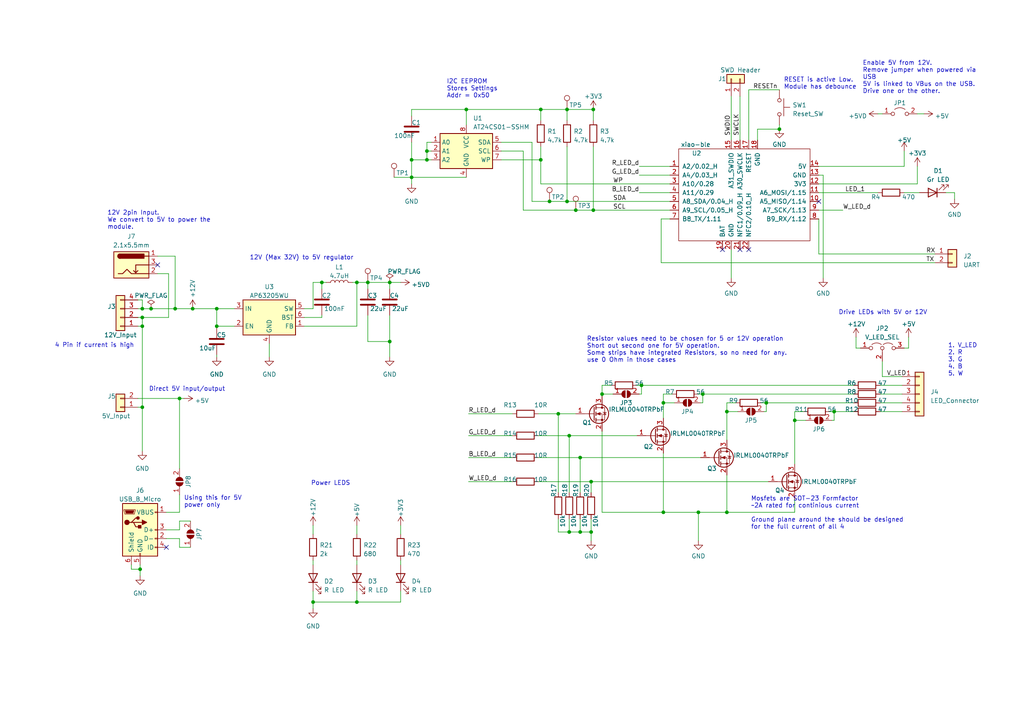
<source format=kicad_sch>
(kicad_sch (version 20230121) (generator eeschema)
  (paper "A4")
  (title_block (title "ZigBee LED Controller") (date "2023-03-16") (rev "A") (company "Achenarian Empire"))
  (lib_symbols
    (symbol "Connector:Barrel_Jack_Switch" (pin_names hide)
      (property "Reference" "J" (at 0 5.334 0))
      (property "Value" "Barrel_Jack_Switch" (at 0 -5.08 0))
      (symbol "Barrel_Jack_Switch_1_1"
        (pin passive line (at 7.62 2.54 180) (length 2.54) (name "~") (number "1"))
        (pin passive line (at 7.62 -2.54 180) (length 2.54) (name "~") (number "2"))
        (pin passive line (at 7.62 0 180) (length 2.54) (name "~") (number "3"))
      )
    )
    (symbol "Connector:TestPoint" (pin_numbers hide) (pin_names (offset 0.762) hide)
      (property "Reference" "TP" (at 0 6.858 0))
      (property "Value" "TestPoint" (at 0 5.08 0))
      (symbol "TestPoint_1_1"
        (pin passive line (at 0 0 90) (length 2.54) (name "1") (number "1"))
      )
    )
    (symbol "Connector:USB_B_Micro" (pin_names (offset 1.016))
      (property "Reference" "J" (at -5.08 11.43 0))
      (property "Value" "USB_B_Micro" (at -5.08 8.89 0))
      (symbol "USB_B_Micro_1_1"
        (pin power_out line (at 7.62 5.08 180) (length 2.54) (name "VBUS") (number "1"))
        (pin bidirectional line (at 7.62 -2.54 180) (length 2.54) (name "D-") (number "2"))
        (pin bidirectional line (at 7.62 0 180) (length 2.54) (name "D+") (number "3"))
        (pin passive line (at 7.62 -5.08 180) (length 2.54) (name "ID") (number "4"))
        (pin power_out line (at 0 -10.16 90) (length 2.54) (name "GND") (number "5"))
        (pin passive line (at -2.54 -10.16 90) (length 2.54) (name "Shield") (number "6"))
      )
    )
    (symbol "Connector_Generic:Conn_01x02" (pin_names (offset 1.016) hide)
      (property "Reference" "J" (at 0 2.54 0))
      (property "Value" "Conn_01x02" (at 0 -5.08 0))
      (symbol "Conn_01x02_1_1"
        (pin passive line (at -5.08 0 0) (length 3.81) (name "Pin_1") (number "1"))
        (pin passive line (at -5.08 -2.54 0) (length 3.81) (name "Pin_2") (number "2"))
      )
    )
    (symbol "Connector_Generic:Conn_01x04" (pin_names (offset 1.016) hide)
      (property "Reference" "J" (at 0 5.08 0))
      (property "Value" "Conn_01x04" (at 0 -7.62 0))
      (symbol "Conn_01x04_1_1"
        (pin passive line (at -5.08 2.54 0) (length 3.81) (name "Pin_1") (number "1"))
        (pin passive line (at -5.08 0 0) (length 3.81) (name "Pin_2") (number "2"))
        (pin passive line (at -5.08 -2.54 0) (length 3.81) (name "Pin_3") (number "3"))
        (pin passive line (at -5.08 -5.08 0) (length 3.81) (name "Pin_4") (number "4"))
      )
    )
    (symbol "Connector_Generic:Conn_01x05" (pin_names (offset 1.016) hide)
      (property "Reference" "J" (at 0 7.62 0))
      (property "Value" "Conn_01x05" (at 0 -7.62 0))
      (symbol "Conn_01x05_1_1"
        (pin passive line (at -5.08 5.08 0) (length 3.81) (name "Pin_1") (number "1"))
        (pin passive line (at -5.08 2.54 0) (length 3.81) (name "Pin_2") (number "2"))
        (pin passive line (at -5.08 0 0) (length 3.81) (name "Pin_3") (number "3"))
        (pin passive line (at -5.08 -2.54 0) (length 3.81) (name "Pin_4") (number "4"))
        (pin passive line (at -5.08 -5.08 0) (length 3.81) (name "Pin_5") (number "5"))
      )
    )
    (symbol "Device:C" (pin_numbers hide) (pin_names (offset 0.254))
      (property "Reference" "C" (at 0.635 2.54 0))
      (property "Value" "C" (at 0.635 -2.54 0))
      (symbol "C_1_1"
        (pin passive line (at 0 3.81 270) (length 2.794) (name "~") (number "1"))
        (pin passive line (at 0 -3.81 90) (length 2.794) (name "~") (number "2"))
      )
    )
    (symbol "Device:L" (pin_numbers hide) (pin_names (offset 1.016) hide)
      (property "Reference" "L" (at -1.27 0 90))
      (property "Value" "L" (at 1.905 0 90))
      (symbol "L_1_1"
        (pin passive line (at 0 3.81 270) (length 1.27) (name "1") (number "1"))
        (pin passive line (at 0 -3.81 90) (length 1.27) (name "2") (number "2"))
      )
    )
    (symbol "Device:LED" (pin_numbers hide) (pin_names (offset 1.016) hide)
      (property "Reference" "D" (at 0 2.54 0))
      (property "Value" "LED" (at 0 -2.54 0))
      (symbol "LED_1_1"
        (pin passive line (at -3.81 0 0) (length 2.54) (name "K") (number "1"))
        (pin passive line (at 3.81 0 180) (length 2.54) (name "A") (number "2"))
      )
    )
    (symbol "Device:Q_NMOS_GSD" (pin_names (offset 0) hide)
      (property "Reference" "Q" (at 5.08 1.27 0))
      (property "Value" "Q_NMOS_GSD" (at 5.08 -1.27 0))
      (symbol "Q_NMOS_GSD_1_1"
        (pin input line (at -5.08 0 0) (length 2.54) (name "G") (number "1"))
        (pin passive line (at 2.54 -5.08 90) (length 2.54) (name "S") (number "2"))
        (pin passive line (at 2.54 5.08 270) (length 2.54) (name "D") (number "3"))
      )
    )
    (symbol "Device:R" (pin_numbers hide) (pin_names (offset 0))
      (property "Reference" "R" (at 2.032 0 90))
      (property "Value" "R" (at 0 0 90))
      (symbol "R_1_1"
        (pin passive line (at 0 3.81 270) (length 1.27) (name "~") (number "1"))
        (pin passive line (at 0 -3.81 90) (length 1.27) (name "~") (number "2"))
      )
    )
    (symbol "Jumper:Jumper_2_Open" (pin_names (offset 0) hide)
      (property "Reference" "JP" (at 0 2.794 0))
      (property "Value" "Jumper_2_Open" (at 0 -2.286 0))
      (symbol "Jumper_2_Open_1_1"
        (pin passive line (at -5.08 0 0) (length 2.54) (name "A") (number "1"))
        (pin passive line (at 5.08 0 180) (length 2.54) (name "B") (number "2"))
      )
    )
    (symbol "Jumper:Jumper_3_Open" (pin_names (offset 0) hide)
      (property "Reference" "JP" (at -2.54 -2.54 0))
      (property "Value" "Jumper_3_Open" (at 0 2.794 0))
      (symbol "Jumper_3_Open_1_1"
        (pin passive line (at -6.35 0 0) (length 2.54) (name "A") (number "1"))
        (pin passive line (at 0 -3.81 90) (length 2.54) (name "C") (number "2"))
        (pin passive line (at 6.35 0 180) (length 2.54) (name "B") (number "3"))
      )
    )
    (symbol "Jumper:SolderJumper_2_Open" (pin_names (offset 0) hide)
      (property "Reference" "JP" (at 0 2.032 0))
      (property "Value" "SolderJumper_2_Open" (at 0 -2.54 0))
      (symbol "SolderJumper_2_Open_1_1"
        (pin passive line (at -3.81 0 0) (length 2.54) (name "A") (number "1"))
        (pin passive line (at 3.81 0 180) (length 2.54) (name "B") (number "2"))
      )
    )
    (symbol "Memory_EEPROM:AT24CS01-SSHM"
      (property "Reference" "U" (at -7.62 6.35 0))
      (property "Value" "AT24CS01-SSHM" (at 2.54 -6.35 0))
      (symbol "AT24CS01-SSHM_1_1"
        (pin input line (at -10.16 2.54 0) (length 2.54) (name "A0") (number "1"))
        (pin input line (at -10.16 0 0) (length 2.54) (name "A1") (number "2"))
        (pin input line (at -10.16 -2.54 0) (length 2.54) (name "A2") (number "3"))
        (pin power_in line (at 0 -7.62 90) (length 2.54) (name "GND") (number "4"))
        (pin bidirectional line (at 10.16 2.54 180) (length 2.54) (name "SDA") (number "5"))
        (pin input line (at 10.16 0 180) (length 2.54) (name "SCL") (number "6"))
        (pin input line (at 10.16 -2.54 180) (length 2.54) (name "WP") (number "7"))
        (pin power_in line (at 0 7.62 270) (length 2.54) (name "VCC") (number "8"))
      )
    )
    (symbol "Project:xiao-ble" (pin_names (offset 1.016))
      (property "Reference" "U" (at -17.78 16.51 0))
      (property "Value" "xiao-ble" (at -15.24 13.97 0))
      (symbol "xiao-ble_1_1"
        (pin bidirectional line (at -21.59 7.62 0) (length 2.54) (name "A2/0.02_H") (number "1"))
        (pin bidirectional line (at 21.59 -2.54 180) (length 2.54) (name "A5_MISO/1.14") (number "10"))
        (pin bidirectional line (at 21.59 0 180) (length 2.54) (name "A6_MOSI/1.15") (number "11"))
        (pin power_out line (at 21.59 2.54 180) (length 2.54) (name "3V3") (number "12"))
        (pin bidirectional line (at 21.59 5.08 180) (length 2.54) (name "GND") (number "13"))
        (pin power_out line (at 21.59 7.62 180) (length 2.54) (name "5V") (number "14"))
        (pin input line (at -3.81 15.24 270) (length 2.54) (name "A31_SWDIO") (number "15"))
        (pin input line (at -1.27 15.24 270) (length 2.54) (name "A30_SWCLK") (number "16"))
        (pin input line (at 1.27 15.24 270) (length 2.54) (name "RESET") (number "17"))
        (pin bidirectional line (at 3.81 15.24 270) (length 2.54) (name "GND") (number "18"))
        (pin bidirectional line (at -6.35 -16.51 90) (length 2.54) (name "BAT") (number "19"))
        (pin bidirectional line (at -21.59 5.08 0) (length 2.54) (name "A4/0.03_H") (number "2"))
        (pin bidirectional line (at -3.81 -16.51 90) (length 2.54) (name "GND") (number "20"))
        (pin bidirectional line (at -1.27 -16.51 90) (length 2.54) (name "NFC1/0.09_H") (number "21"))
        (pin bidirectional line (at 1.27 -16.51 90) (length 2.54) (name "NFC2/0.10_H") (number "22"))
        (pin bidirectional line (at -21.59 2.54 0) (length 2.54) (name "A10/0.28") (number "3"))
        (pin bidirectional line (at -21.59 0 0) (length 2.54) (name "A11/0.29") (number "4"))
        (pin bidirectional line (at -21.59 -2.54 0) (length 2.54) (name "A8_SDA/0.04_H") (number "5"))
        (pin bidirectional line (at -21.59 -5.08 0) (length 2.54) (name "A9_SCL/0.05_H") (number "6"))
        (pin bidirectional line (at -21.59 -7.62 0) (length 2.54) (name "B8_TX/1.11") (number "7"))
        (pin bidirectional line (at 21.59 -7.62 180) (length 2.54) (name "B9_RX/1.12") (number "8"))
        (pin bidirectional line (at 21.59 -5.08 180) (length 2.54) (name "A7_SCK/1.13") (number "9"))
      )
    )
    (symbol "Regulator_Switching:AP63205WU"
      (property "Reference" "U" (at -7.62 6.35 0))
      (property "Value" "AP63205WU" (at 2.54 6.35 0))
      (symbol "AP63205WU_1_1"
        (pin input line (at 10.16 -2.54 180) (length 2.54) (name "FB") (number "1"))
        (pin input line (at -10.16 -2.54 0) (length 2.54) (name "EN") (number "2"))
        (pin power_in line (at -10.16 2.54 0) (length 2.54) (name "IN") (number "3"))
        (pin power_in line (at 0 -7.62 90) (length 2.54) (name "GND") (number "4"))
        (pin output line (at 10.16 2.54 180) (length 2.54) (name "SW") (number "5"))
        (pin passive line (at 10.16 0 180) (length 2.54) (name "BST") (number "6"))
      )
    )
    (symbol "Switch:SW_Push" (pin_numbers hide) (pin_names (offset 1.016) hide)
      (property "Reference" "SW" (at 1.27 2.54 0))
      (property "Value" "SW_Push" (at 0 -1.524 0))
      (symbol "SW_Push_0_1"
        (pin passive line (at -5.08 0 0) (length 2.54) (name "1") (number "1"))
        (pin passive line (at 5.08 0 180) (length 2.54) (name "2") (number "2"))
      )
    )
    (symbol "power:+12V" (power) (pin_names (offset 0))
      (property "Value" "+12V" (at 0 3.556 0))
      (symbol "+12V_1_1"
        (pin power_in line (at 0 0 90) (length 0) hide (name "+12V") (number "1"))
      )
    )
    (symbol "power:+3V3" (power) (pin_names (offset 0))
      (property "Value" "+3V3" (at 0 3.556 0))
      (symbol "+3V3_1_1"
        (pin power_in line (at 0 0 90) (length 0) hide (name "+3V3") (number "1"))
      )
    )
    (symbol "power:+5V" (power) (pin_names (offset 0))
      (property "Value" "+5V" (at 0 3.556 0))
      (symbol "+5V_1_1"
        (pin power_in line (at 0 0 90) (length 0) hide (name "+5V") (number "1"))
      )
    )
    (symbol "power:+5VD" (power) (pin_names (offset 0))
      (property "Value" "+5VD" (at 0 3.556 0))
      (symbol "+5VD_1_1"
        (pin power_in line (at 0 0 90) (length 0) hide (name "+5VD") (number "1"))
      )
    )
    (symbol "power:GND" (power) (pin_names (offset 0))
      (property "Value" "GND" (at 0 -3.81 0))
      (symbol "GND_1_1"
        (pin power_in line (at 0 0 270) (length 0) hide (name "GND") (number "1"))
      )
    )
    (symbol "power:PWR_FLAG" (power) (pin_numbers hide) (pin_names (offset 0) hide)
      (property "Value" "PWR_FLAG" (at 0 3.81 0))
      (symbol "PWR_FLAG_0_0"
        (pin power_out line (at 0 0 90) (length 0) (name "pwr") (number "1"))
      )
    )
  )
  (junction (at 203.835 114.3))
  (junction (at 103.505 174.625))
  (junction (at 172.085 60.96))
  (junction (at 168.275 154.305))
  (junction (at 55.88 89.535))
  (junction (at 52.07 115.57))
  (junction (at 156.845 31.75))
  (junction (at 123.825 46.355))
  (junction (at 230.505 121.92))
  (junction (at 41.275 89.535))
  (junction (at 93.345 81.915))
  (junction (at 222.25 116.84))
  (junction (at 43.815 89.535))
  (junction (at 156.845 46.355))
  (junction (at 119.38 51.435))
  (junction (at 174.625 114.3))
  (junction (at 106.68 81.915))
  (junction (at 123.825 43.815))
  (junction (at 90.805 174.625))
  (junction (at 119.38 46.355))
  (junction (at 172.085 31.75))
  (junction (at 164.465 31.75))
  (junction (at 202.565 148.59))
  (junction (at 161.925 120.015))
  (junction (at 192.405 148.59))
  (junction (at 164.465 58.42))
  (junction (at 41.275 118.11))
  (junction (at 186.055 111.76))
  (junction (at 168.275 132.715))
  (junction (at 165.1 154.305))
  (junction (at 167.005 60.96))
  (junction (at 171.45 154.305))
  (junction (at 41.275 92.075))
  (junction (at 171.45 139.7))
  (junction (at 210.82 119.38))
  (junction (at 241.935 119.38))
  (junction (at 226.06 37.465))
  (junction (at 103.505 81.915))
  (junction (at 62.865 89.535))
  (junction (at 135.255 31.75))
  (junction (at 41.275 94.615))
  (junction (at 210.82 148.59))
  (junction (at 50.8 89.535))
  (junction (at 159.385 58.42))
  (junction (at 113.03 81.915))
  (junction (at 62.865 94.615))
  (junction (at 192.405 116.84))
  (junction (at 40.64 165.1))
  (junction (at 165.1 126.365))
  (junction (at 113.03 99.06))
  (no_connect (at 209.55 72.39))
  (no_connect (at 217.17 72.39))
  (no_connect (at 48.26 158.75))
  (no_connect (at 45.72 76.835))
  (no_connect (at 214.63 72.39))
  (no_connect (at 237.49 58.42))
  (wire (pts (xy 90.805 174.625) (xy 90.805 176.53)))
  (wire (pts (xy 62.865 102.87) (xy 62.865 103.505)))
  (wire (pts (xy 38.1 165.1) (xy 40.64 165.1)))
  (wire (pts (xy 119.38 46.355) (xy 119.38 51.435)))
  (wire (pts (xy 202.565 148.59) (xy 210.82 148.59)))
  (wire (pts (xy 222.25 116.84) (xy 247.65 116.84)))
  (wire (pts (xy 62.865 94.615) (xy 62.865 95.25)))
  (wire (pts (xy 119.38 53.34) (xy 119.38 51.435)))
  (wire (pts (xy 202.565 148.59) (xy 192.405 148.59)))
  (wire (pts (xy 164.465 31.75) (xy 164.465 34.925)))
  (wire (pts (xy 167.005 60.96) (xy 172.085 60.96)))
  (wire (pts (xy 41.275 118.11) (xy 40.005 118.11)))
  (wire (pts (xy 114.3 51.435) (xy 119.38 51.435)))
  (wire (pts (xy 116.205 174.625) (xy 116.205 171.45)))
  (wire (pts (xy 113.03 99.06) (xy 113.03 103.505)))
  (wire (pts (xy 119.38 41.275) (xy 119.38 46.355)))
  (wire (pts (xy 174.625 148.59) (xy 192.405 148.59)))
  (wire (pts (xy 40.64 165.1) (xy 40.64 167.005)))
  (wire (pts (xy 52.07 115.57) (xy 53.34 115.57)))
  (wire (pts (xy 168.275 150.495) (xy 168.275 154.305)))
  (wire (pts (xy 191.77 76.2) (xy 271.145 76.2)))
  (wire (pts (xy 230.505 119.38) (xy 230.505 121.92)))
  (wire (pts (xy 90.805 152.4) (xy 90.805 154.94)))
  (wire (pts (xy 135.89 132.715) (xy 148.59 132.715)))
  (wire (pts (xy 148.59 120.015) (xy 135.89 120.015)))
  (wire (pts (xy 171.45 142.875) (xy 171.45 139.7)))
  (wire (pts (xy 154.305 41.275) (xy 145.415 41.275)))
  (wire (pts (xy 202.565 114.3) (xy 203.835 114.3)))
  (wire (pts (xy 52.07 151.13) (xy 55.245 151.13)))
  (wire (pts (xy 221.615 119.38) (xy 222.25 119.38)))
  (wire (pts (xy 145.415 43.815) (xy 151.765 43.815)))
  (wire (pts (xy 119.38 51.435) (xy 135.255 51.435)))
  (wire (pts (xy 119.38 31.75) (xy 135.255 31.75)))
  (wire (pts (xy 93.345 91.44) (xy 93.345 92.075)))
  (wire (pts (xy 116.205 162.56) (xy 116.205 163.83)))
  (wire (pts (xy 230.505 144.78) (xy 230.505 148.59)))
  (wire (pts (xy 185.42 48.26) (xy 194.31 48.26)))
  (wire (pts (xy 156.845 31.75) (xy 156.845 34.925)))
  (wire (pts (xy 41.275 92.075) (xy 48.895 92.075)))
  (wire (pts (xy 102.235 81.915) (xy 103.505 81.915)))
  (wire (pts (xy 168.275 132.715) (xy 203.2 132.715)))
  (wire (pts (xy 48.895 79.375) (xy 45.72 79.375)))
  (wire (pts (xy 156.21 132.715) (xy 168.275 132.715)))
  (wire (pts (xy 90.805 81.915) (xy 93.345 81.915)))
  (wire (pts (xy 41.275 86.995) (xy 41.275 89.535)))
  (wire (pts (xy 161.925 154.305) (xy 165.1 154.305)))
  (wire (pts (xy 52.07 156.21) (xy 48.26 156.21)))
  (wire (pts (xy 186.055 114.3) (xy 186.055 111.76)))
  (wire (pts (xy 88.265 94.615) (xy 103.505 94.615)))
  (wire (pts (xy 203.2 116.84) (xy 203.835 116.84)))
  (wire (pts (xy 125.095 41.275) (xy 123.825 41.275)))
  (wire (pts (xy 161.925 120.015) (xy 156.21 120.015)))
  (wire (pts (xy 116.205 152.4) (xy 116.205 154.94)))
  (wire (pts (xy 119.38 46.355) (xy 123.825 46.355)))
  (wire (pts (xy 40.005 89.535) (xy 41.275 89.535)))
  (wire (pts (xy 164.465 42.545) (xy 164.465 58.42)))
  (wire (pts (xy 184.785 111.76) (xy 186.055 111.76)))
  (wire (pts (xy 203.835 114.3) (xy 247.65 114.3)))
  (wire (pts (xy 210.82 116.84) (xy 213.36 116.84)))
  (wire (pts (xy 210.82 119.38) (xy 213.995 119.38)))
  (wire (pts (xy 159.385 58.42) (xy 164.465 58.42)))
  (wire (pts (xy 212.09 27.94) (xy 212.09 40.64)))
  (wire (pts (xy 165.1 126.365) (xy 184.785 126.365)))
  (wire (pts (xy 237.49 73.66) (xy 237.49 63.5)))
  (wire (pts (xy 41.275 94.615) (xy 41.275 118.11)))
  (wire (pts (xy 62.865 89.535) (xy 62.865 94.615)))
  (wire (pts (xy 156.21 126.365) (xy 165.1 126.365)))
  (wire (pts (xy 185.42 55.88) (xy 194.31 55.88)))
  (wire (pts (xy 217.17 40.64) (xy 217.17 26.035)))
  (wire (pts (xy 113.03 81.915) (xy 113.03 83.82)))
  (wire (pts (xy 261.62 119.38) (xy 255.27 119.38)))
  (wire (pts (xy 217.17 26.035) (xy 226.06 26.035)))
  (wire (pts (xy 174.625 111.76) (xy 174.625 114.3)))
  (wire (pts (xy 161.925 120.015) (xy 161.925 142.875)))
  (wire (pts (xy 237.49 73.66) (xy 271.145 73.66)))
  (wire (pts (xy 50.8 74.295) (xy 50.8 89.535)))
  (wire (pts (xy 113.03 81.915) (xy 116.205 81.915)))
  (wire (pts (xy 237.49 53.34) (xy 266.065 53.34)))
  (wire (pts (xy 40.005 115.57) (xy 52.07 115.57)))
  (wire (pts (xy 255.27 111.76) (xy 261.62 111.76)))
  (wire (pts (xy 168.275 132.715) (xy 168.275 142.875)))
  (wire (pts (xy 103.505 152.4) (xy 103.505 154.94)))
  (wire (pts (xy 156.845 42.545) (xy 156.845 46.355)))
  (wire (pts (xy 255.27 116.84) (xy 261.62 116.84)))
  (wire (pts (xy 210.82 148.59) (xy 230.505 148.59)))
  (wire (pts (xy 241.935 121.92) (xy 241.935 119.38)))
  (wire (pts (xy 194.31 63.5) (xy 191.77 63.5)))
  (wire (pts (xy 171.45 154.305) (xy 171.45 150.495)))
  (wire (pts (xy 210.82 127.635) (xy 210.82 119.38)))
  (wire (pts (xy 241.3 121.92) (xy 241.935 121.92)))
  (wire (pts (xy 106.68 99.06) (xy 113.03 99.06)))
  (wire (pts (xy 192.405 116.84) (xy 195.58 116.84)))
  (wire (pts (xy 237.49 60.96) (xy 244.475 60.96)))
  (wire (pts (xy 247.65 119.38) (xy 241.935 119.38)))
  (wire (pts (xy 41.275 92.075) (xy 40.005 92.075)))
  (wire (pts (xy 40.005 86.995) (xy 41.275 86.995)))
  (wire (pts (xy 41.275 89.535) (xy 43.815 89.535)))
  (wire (pts (xy 62.865 89.535) (xy 67.945 89.535)))
  (wire (pts (xy 255.905 109.22) (xy 261.62 109.22)))
  (wire (pts (xy 174.625 114.3) (xy 177.8 114.3)))
  (wire (pts (xy 90.805 174.625) (xy 103.505 174.625)))
  (wire (pts (xy 168.275 154.305) (xy 171.45 154.305)))
  (wire (pts (xy 238.76 50.8) (xy 237.49 50.8)))
  (wire (pts (xy 103.505 81.915) (xy 106.68 81.915)))
  (wire (pts (xy 165.1 126.365) (xy 165.1 142.875)))
  (wire (pts (xy 263.525 97.79) (xy 263.525 100.965)))
  (wire (pts (xy 192.405 114.3) (xy 192.405 116.84)))
  (wire (pts (xy 186.055 111.76) (xy 247.65 111.76)))
  (wire (pts (xy 156.845 53.34) (xy 156.845 46.355)))
  (wire (pts (xy 276.86 55.88) (xy 276.86 57.785)))
  (wire (pts (xy 88.265 89.535) (xy 90.805 89.535)))
  (wire (pts (xy 52.07 135.89) (xy 52.07 115.57)))
  (wire (pts (xy 262.255 100.965) (xy 263.525 100.965)))
  (wire (pts (xy 135.255 31.75) (xy 135.255 36.195)))
  (wire (pts (xy 93.345 92.075) (xy 88.265 92.075)))
  (wire (pts (xy 156.845 46.355) (xy 145.415 46.355)))
  (wire (pts (xy 237.49 55.88) (xy 254.635 55.88)))
  (wire (pts (xy 174.625 111.76) (xy 177.165 111.76)))
  (wire (pts (xy 262.255 43.815) (xy 262.255 48.26)))
  (wire (pts (xy 48.26 153.67) (xy 52.07 153.67)))
  (wire (pts (xy 103.505 94.615) (xy 103.505 81.915)))
  (wire (pts (xy 103.505 174.625) (xy 103.505 171.45)))
  (wire (pts (xy 106.68 81.915) (xy 113.03 81.915)))
  (wire (pts (xy 156.845 31.75) (xy 164.465 31.75)))
  (wire (pts (xy 52.07 148.59) (xy 52.07 143.51)))
  (wire (pts (xy 123.825 43.815) (xy 125.095 43.815)))
  (wire (pts (xy 119.38 33.655) (xy 119.38 31.75)))
  (wire (pts (xy 202.565 148.59) (xy 202.565 156.845)))
  (wire (pts (xy 40.005 94.615) (xy 41.275 94.615)))
  (wire (pts (xy 192.405 131.445) (xy 192.405 148.59)))
  (wire (pts (xy 123.825 43.815) (xy 123.825 46.355)))
  (wire (pts (xy 41.275 118.11) (xy 41.275 130.81)))
  (wire (pts (xy 45.72 74.295) (xy 50.8 74.295)))
  (wire (pts (xy 222.25 119.38) (xy 222.25 116.84)))
  (wire (pts (xy 230.505 121.92) (xy 233.68 121.92)))
  (wire (pts (xy 90.805 162.56) (xy 90.805 163.83)))
  (wire (pts (xy 62.865 94.615) (xy 67.945 94.615)))
  (wire (pts (xy 103.505 162.56) (xy 103.505 163.83)))
  (wire (pts (xy 106.68 91.44) (xy 106.68 99.06)))
  (wire (pts (xy 220.98 116.84) (xy 222.25 116.84)))
  (wire (pts (xy 172.085 60.96) (xy 194.31 60.96)))
  (wire (pts (xy 113.03 91.44) (xy 113.03 99.06)))
  (wire (pts (xy 48.26 148.59) (xy 52.07 148.59)))
  (wire (pts (xy 185.42 50.8) (xy 194.31 50.8)))
  (wire (pts (xy 151.765 60.96) (xy 167.005 60.96)))
  (wire (pts (xy 185.42 114.3) (xy 186.055 114.3)))
  (wire (pts (xy 78.105 99.695) (xy 78.105 103.505)))
  (wire (pts (xy 254.635 33.02) (xy 255.905 33.02)))
  (wire (pts (xy 255.27 114.3) (xy 261.62 114.3)))
  (wire (pts (xy 123.825 46.355) (xy 125.095 46.355)))
  (wire (pts (xy 233.045 119.38) (xy 230.505 119.38)))
  (wire (pts (xy 210.82 116.84) (xy 210.82 119.38)))
  (wire (pts (xy 156.845 53.34) (xy 194.31 53.34)))
  (wire (pts (xy 165.1 150.495) (xy 165.1 154.305)))
  (wire (pts (xy 52.07 156.21) (xy 52.07 158.75)))
  (wire (pts (xy 161.925 150.495) (xy 161.925 154.305)))
  (wire (pts (xy 164.465 58.42) (xy 194.31 58.42)))
  (wire (pts (xy 262.255 48.26) (xy 237.49 48.26)))
  (wire (pts (xy 262.255 55.88) (xy 266.7 55.88)))
  (wire (pts (xy 43.815 89.535) (xy 50.8 89.535)))
  (wire (pts (xy 210.82 137.795) (xy 210.82 148.59)))
  (wire (pts (xy 172.085 42.545) (xy 172.085 60.96)))
  (wire (pts (xy 38.1 163.83) (xy 38.1 165.1)))
  (wire (pts (xy 226.06 37.465) (xy 226.06 36.195)))
  (wire (pts (xy 171.45 154.305) (xy 171.45 156.845)))
  (wire (pts (xy 52.07 153.67) (xy 52.07 151.13)))
  (wire (pts (xy 48.895 92.075) (xy 48.895 79.375)))
  (wire (pts (xy 41.275 92.075) (xy 41.275 94.615)))
  (wire (pts (xy 174.625 114.935) (xy 174.625 114.3)))
  (wire (pts (xy 164.465 31.75) (xy 172.085 31.75)))
  (wire (pts (xy 93.345 81.915) (xy 94.615 81.915)))
  (wire (pts (xy 40.64 163.83) (xy 40.64 165.1)))
  (wire (pts (xy 50.8 89.535) (xy 55.88 89.535)))
  (wire (pts (xy 90.805 171.45) (xy 90.805 174.625)))
  (wire (pts (xy 167.005 120.015) (xy 161.925 120.015)))
  (wire (pts (xy 165.1 154.305) (xy 168.275 154.305)))
  (wire (pts (xy 267.97 33.02) (xy 266.065 33.02)))
  (wire (pts (xy 52.07 158.75) (xy 55.245 158.75)))
  (wire (pts (xy 171.45 139.7) (xy 222.885 139.7)))
  (wire (pts (xy 172.085 31.75) (xy 172.085 34.925)))
  (wire (pts (xy 266.065 48.26) (xy 266.065 53.34)))
  (wire (pts (xy 191.77 63.5) (xy 191.77 76.2)))
  (wire (pts (xy 90.805 89.535) (xy 90.805 81.915)))
  (wire (pts (xy 274.32 55.88) (xy 276.86 55.88)))
  (wire (pts (xy 214.63 27.94) (xy 214.63 40.64)))
  (wire (pts (xy 241.935 119.38) (xy 240.665 119.38)))
  (wire (pts (xy 93.345 83.82) (xy 93.345 81.915)))
  (wire (pts (xy 192.405 121.285) (xy 192.405 116.84)))
  (wire (pts (xy 230.505 121.92) (xy 230.505 134.62)))
  (wire (pts (xy 203.835 116.84) (xy 203.835 114.3)))
  (wire (pts (xy 255.905 104.775) (xy 255.905 109.22)))
  (wire (pts (xy 174.625 125.095) (xy 174.625 148.59)))
  (wire (pts (xy 219.71 40.64) (xy 219.71 37.465)))
  (wire (pts (xy 103.505 174.625) (xy 116.205 174.625)))
  (wire (pts (xy 135.255 31.75) (xy 156.845 31.75)))
  (wire (pts (xy 192.405 114.3) (xy 194.945 114.3)))
  (wire (pts (xy 154.305 58.42) (xy 154.305 41.275)))
  (wire (pts (xy 156.21 139.7) (xy 171.45 139.7)))
  (wire (pts (xy 135.89 126.365) (xy 148.59 126.365)))
  (wire (pts (xy 106.68 83.82) (xy 106.68 81.915)))
  (wire (pts (xy 212.09 72.39) (xy 212.09 80.645)))
  (wire (pts (xy 135.89 139.7) (xy 148.59 139.7)))
  (wire (pts (xy 249.555 100.965) (xy 248.285 100.965)))
  (wire (pts (xy 238.76 50.8) (xy 238.76 80.645)))
  (wire (pts (xy 55.88 89.535) (xy 62.865 89.535)))
  (wire (pts (xy 123.825 41.275) (xy 123.825 43.815)))
  (wire (pts (xy 219.71 37.465) (xy 226.06 37.465)))
  (wire (pts (xy 151.765 43.815) (xy 151.765 60.96)))
  (wire (pts (xy 248.285 97.79) (xy 248.285 100.965)))
  (wire (pts (xy 154.305 58.42) (xy 159.385 58.42)))
  (text "12V 2pin Input.\nWe convert to 5V to power the\nmodule." (at 31.115 66.675 0) (effects (font (size 1.27 1.27)) (justify left bottom)))
  (text "1. V_LED\n2. R\n3. G\n4. B\n5. W" (at 274.955 109.22 0) (effects (font (size 1.27 1.27)) (justify left bottom)))
  (text "I2C EEPROM\nStores Settings\nAddr = 0x50" (at 129.54 28.575 0) (effects (font (size 1.27 1.27)) (justify left bottom)))
  (text "Power LEDS" (at 90.17 140.97 0) (effects (font (size 1.27 1.27)) (justify left bottom)))
  (text "Resistor values need to be chosen for 5 or 12V operation\nShort out second one for 5V operation.\nSome strips have integrated Resistors, so no need for any.\nuse 0 Ohm in those cases\n\n" (at 170.18 107.315 0) (effects (font (size 1.27 1.27)) (justify left bottom)))
  (text "Enable 5V from 12V.\nRemove jumper when powered via\nUSB\n5V is linked to VBus on the USB.\nDrive one or the other." (at 250.19 27.305 0) (effects (font (size 1.27 1.27)) (justify left bottom)))
  (text "Direct 5V input/output" (at 43.18 113.665 0) (effects (font (size 1.27 1.27)) (justify left bottom)))
  (text "12V (Max 32V) to 5V regulator" (at 72.39 75.565 0) (effects (font (size 1.27 1.27)) (justify left bottom)))
  (text "Using this for 5V\npower only\n" (at 53.34 147.32 0) (effects (font (size 1.27 1.27)) (justify left bottom)))
  (text "Mosfets are SOT-23 Formfactor\n~2A rated for continious current\n\nGround plane around the should be designed\nfor the full current of all 4" (at 217.805 153.67 0) (effects (font (size 1.27 1.27)) (justify left bottom)))
  (text "Drive LEDs with 5V or 12V" (at 243.205 91.44 0) (effects (font (size 1.27 1.27)) (justify left bottom)))
  (text "4 Pin if current is high" (at 15.875 100.965 0) (effects (font (size 1.27 1.27)) (justify left bottom)))
  (text "RESET is active Low.\nModule has debounce" (at 227.33 26.035 0) (effects (font (size 1.27 1.27)) (justify left bottom)))
  (label "SWCLK" (at 214.63 39.37 90))
  (label "V_LED" (at 257.175 109.22 0))
  (label "R_LED_d" (at 135.89 120.015 0))
  (label "G_LED_d" (at 185.42 50.8 180))
  (label "RX" (at 268.605 73.66 0))
  (label "B_LED_d" (at 185.42 55.88 180))
  (label "R_LED_d" (at 185.42 48.26 180))
  (label "SWDIO" (at 212.09 39.37 90))
  (label "B_LED_d" (at 135.89 132.715 0))
  (label "G_LED_d" (at 135.89 126.365 0))
  (label "RESETn" (at 218.44 26.035 0))
  (label "W_LED_d" (at 244.475 60.96 0))
  (label "LED_1" (at 245.11 55.88 0))
  (label "WP" (at 177.8 53.34 0))
  (label "TX" (at 268.605 76.2 0))
  (label "W_LED_d" (at 135.89 139.7 0))
  (label "SCL" (at 177.8 60.96 0))
  (label "SDA" (at 177.8 58.42 0))
  (symbol (lib_id "power:GND") (at 90.805 176.53 0) (unit 1)
    (property "Reference" "#PWR023" (effects hide))
    (property "Value" "GND" (at 90.805 181.61 0))
  )
  (symbol (lib_id "Connector_Generic:Conn_01x04") (at 34.925 92.075 180) (unit 1)
    (property "Reference" "J3" (at 32.385 88.9 0))
    (property "Value" "12V_Input" (at 34.925 97.155 0))
    (property "Footprint" "Connector_Molex:Molex_KK-396_A-41792-0004_1x04_P3.96mm_Horizontal" (effects hide))
  )
  (symbol (lib_id "Device:R") (at 90.805 158.75 0) (unit 1)
    (property "Reference" "R21" (at 92.71 158.115 0) (effects (justify left)))
    (property "Value" "2k" (at 92.71 160.655 0) (effects (justify left)))
    (property "Footprint" "Resistor_SMD:R_0603_1608Metric_Pad0.98x0.95mm_HandSolder" (effects hide))
  )
  (symbol (lib_id "Device:R") (at 165.1 146.685 180) (unit 1)
    (property "Reference" "R18" (at 163.83 142.24 90))
    (property "Value" "10k" (at 166.37 151.13 90))
    (property "Footprint" "Resistor_SMD:R_0603_1608Metric_Pad0.98x0.95mm_HandSolder" (effects hide))
  )
  (symbol (lib_id "power:GND") (at 276.86 57.785 0) (unit 1)
    (property "Reference" "#PWR08" (effects hide))
    (property "Value" "GND" (at 276.86 62.23 0))
  )
  (symbol (lib_id "power:+5VD") (at 116.205 81.915 270) (unit 1)
    (property "Reference" "#PWR09" (effects hide))
    (property "Value" "+5VD" (at 119.38 82.55 90) (effects (justify left)))
  )
  (symbol (lib_id "power:GND") (at 238.76 80.645 0) (unit 1)
    (property "Reference" "#PWR011" (effects hide))
    (property "Value" "GND" (at 238.76 85.09 0))
  )
  (symbol (lib_id "Device:R") (at 116.205 158.75 0) (unit 1)
    (property "Reference" "R23" (at 118.11 158.115 0) (effects (justify left)))
    (property "Value" "470" (at 118.11 160.655 0) (effects (justify left)))
    (property "Footprint" "Resistor_SMD:R_0603_1608Metric_Pad0.98x0.95mm_HandSolder" (effects hide))
  )
  (symbol (lib_id "power:+3V3") (at 116.205 152.4 0) (unit 1)
    (property "Reference" "#PWR025" (effects hide))
    (property "Value" "+3V3" (at 116.205 147.32 90))
  )
  (symbol (lib_id "Device:R") (at 180.975 111.76 270) (unit 1)
    (property "Reference" "R5" (at 176.53 111.125 90))
    (property "Value" "56" (at 185.42 111.125 90))
    (property "Footprint" "Resistor_SMD:R_0603_1608Metric_Pad0.98x0.95mm_HandSolder" (effects hide))
  )
  (symbol (lib_id "Connector:TestPoint") (at 106.68 81.915 0) (unit 1)
    (property "Reference" "TP4" (at 107.315 80.645 0) (effects (justify left)))
    (property "Value" "TestPoint" (effects hide))
    (property "Footprint" "TestPoint:TestPoint_Keystone_5000-5004_Miniature" (effects hide))
  )
  (symbol (lib_id "power:GND") (at 119.38 53.34 0) (unit 1)
    (property "Reference" "#PWR07" (effects hide))
    (property "Value" "GND" (at 119.38 58.42 0))
  )
  (symbol (lib_id "Jumper:SolderJumper_2_Open") (at 217.805 119.38 0) (unit 1)
    (property "Reference" "JP5" (at 217.805 121.92 0))
    (property "Value" "Short" (effects hide))
    (property "Footprint" "Jumper:SolderJumper-2_P1.3mm_Open_RoundedPad1.0x1.5mm" (effects hide))
  )
  (symbol (lib_id "Jumper:SolderJumper_2_Open") (at 55.245 154.94 90) (unit 1)
    (property "Reference" "JP7" (at 57.785 154.94 0))
    (property "Value" "Short" (effects hide))
    (property "Footprint" "Jumper:SolderJumper-2_P1.3mm_Open_RoundedPad1.0x1.5mm" (effects hide))
  )
  (symbol (lib_id "power:GND") (at 62.865 103.505 0) (unit 1)
    (property "Reference" "#PWR015" (effects hide))
    (property "Value" "GND" (at 62.865 108.585 0))
  )
  (symbol (lib_id "Device:LED") (at 90.805 167.64 90) (unit 1)
    (property "Reference" "D2" (at 93.98 168.5925 90) (effects (justify right)))
    (property "Value" "R LED" (at 93.98 171.1325 90) (effects (justify right)))
    (property "Footprint" "LED_SMD:LED_0603_1608Metric_Pad1.05x0.95mm_HandSolder" (effects hide))
  )
  (symbol (lib_id "Connector_Generic:Conn_01x02") (at 212.09 22.86 90) (unit 1)
    (property "Reference" "J1" (at 208.28 22.86 90) (effects (justify right)))
    (property "Value" "SWD Header" (at 208.915 20.32 90) (effects (justify right)))
    (property "Footprint" "Connector_PinHeader_2.54mm:PinHeader_1x02_P2.54mm_Horizontal" (effects hide))
  )
  (symbol (lib_id "Device:C") (at 106.68 87.63 0) (unit 1)
    (property "Reference" "C3" (at 106.68 85.725 0) (effects (justify left)))
    (property "Value" "22uF	" (at 107.315 89.535 0) (effects (justify left)))
    (property "Footprint" "Capacitor_SMD:C_0805_2012Metric_Pad1.18x1.45mm_HandSolder" (effects hide))
  )
  (symbol (lib_id "Device:R") (at 152.4 132.715 270) (unit 1)
    (property "Reference" "R15" (at 147.955 132.08 90))
    (property "Value" "10R" (at 156.845 132.08 90))
    (property "Footprint" "Resistor_SMD:R_0603_1608Metric_Pad0.98x0.95mm_HandSolder" (effects hide))
  )
  (symbol (lib_id "power:+3V3") (at 172.085 31.75 0) (unit 1)
    (property "Reference" "#PWR01" (effects hide))
    (property "Value" "+3V3" (at 172.085 27.94 0))
  )
  (symbol (lib_id "power:PWR_FLAG") (at 43.815 89.535 0) (unit 1)
    (property "Reference" "#FLG02" (effects hide))
    (property "Value" "PWR_FLAG" (at 43.815 85.725 0))
  )
  (symbol (lib_id "Connector_Generic:Conn_01x02") (at 276.225 73.66 0) (unit 1)
    (property "Reference" "J2" (at 279.4 74.295 0) (effects (justify left)))
    (property "Value" "UART" (at 279.4 76.835 0) (effects (justify left)))
    (property "Footprint" "Connector_PinHeader_2.54mm:PinHeader_1x02_P2.54mm_Horizontal" (effects hide))
  )
  (symbol (lib_id "Connector:USB_B_Micro") (at 40.64 153.67 0) (unit 1)
    (property "Reference" "J6" (at 40.64 142.24 0))
    (property "Value" "USB_B_Micro" (at 40.64 144.78 0))
    (property "Footprint" "Connector_USB:USB_Micro-B_Wuerth_629105150521" (effects hide))
  )
  (symbol (lib_id "power:GND") (at 40.64 167.005 0) (unit 1)
    (property "Reference" "#PWR022" (effects hide))
    (property "Value" "GND" (at 40.64 172.085 0))
  )
  (symbol (lib_id "Connector:TestPoint") (at 159.385 58.42 0) (unit 1)
    (property "Reference" "TP2" (at 160.02 57.15 0) (effects (justify left)))
    (property "Value" "TestPoint" (effects hide))
    (property "Footprint" "TestPoint:TestPoint_Keystone_5000-5004_Miniature" (effects hide))
  )
  (symbol (lib_id "Device:R") (at 161.925 146.685 180) (unit 1)
    (property "Reference" "R17" (at 160.655 142.24 90))
    (property "Value" "10k" (at 163.195 151.13 90))
    (property "Footprint" "Resistor_SMD:R_0603_1608Metric_Pad0.98x0.95mm_HandSolder" (effects hide))
  )
  (symbol (lib_id "Switch:SW_Push") (at 226.06 31.115 270) (unit 1)
    (property "Reference" "SW1" (at 229.87 30.48 90) (effects (justify left)))
    (property "Value" "Reset_SW" (at 229.87 33.02 90) (effects (justify left)))
    (property "Footprint" "Inductor_SMD:L_Vishay_IHLP-1616" (effects hide))
  )
  (symbol (lib_id "Jumper:SolderJumper_2_Open") (at 52.07 139.7 90) (unit 1)
    (property "Reference" "JP8" (at 54.61 139.7 0))
    (property "Value" "Short" (effects hide))
    (property "Footprint" "Jumper:SolderJumper-2_P1.3mm_Open_RoundedPad1.0x1.5mm" (effects hide))
  )
  (symbol (lib_id "Device:C") (at 119.38 37.465 0) (unit 1)
    (property "Reference" "C1" (at 119.38 35.56 0) (effects (justify left)))
    (property "Value" "100nF" (at 114.3 39.37 0) (effects (justify left)))
    (property "Footprint" "Capacitor_SMD:C_0603_1608Metric_Pad1.08x0.95mm_HandSolder" (effects hide))
  )
  (symbol (lib_id "power:+5V") (at 267.97 33.02 270) (unit 1)
    (property "Reference" "#PWR03" (effects hide))
    (property "Value" "+5V" (at 271.145 33.655 90) (effects (justify left)))
  )
  (symbol (lib_id "Device:R") (at 152.4 126.365 270) (unit 1)
    (property "Reference" "R14" (at 147.955 125.73 90))
    (property "Value" "10R" (at 156.845 125.73 90))
    (property "Footprint" "Resistor_SMD:R_0603_1608Metric_Pad0.98x0.95mm_HandSolder" (effects hide))
  )
  (symbol (lib_id "power:+5VD") (at 254.635 33.02 90) (unit 1)
    (property "Reference" "#PWR02" (effects hide))
    (property "Value" "+5VD" (at 251.46 33.655 90) (effects (justify left)))
  )
  (symbol (lib_id "Memory_EEPROM:AT24CS01-SSHM") (at 135.255 43.815 0) (unit 1)
    (property "Reference" "U1" (at 137.2109 34.29 0) (effects (justify left)))
    (property "Value" "AT24CS01-SSHM" (at 137.2109 36.83 0) (effects (justify left)))
    (property "Footprint" "Package_SO:SOIC-8_3.9x4.9mm_P1.27mm" (effects hide))
    (property "Datasheet" "http://ww1.microchip.com/downloads/en/DeviceDoc/Atmel-8815-SEEPROM-AT24CS01-02-Datasheet.pdf" (effects hide))
  )
  (symbol (lib_id "power:+12V") (at 55.88 89.535 0) (unit 1)
    (property "Reference" "#PWR012" (effects hide))
    (property "Value" "+12V" (at 55.88 86.36 90) (effects (justify left)))
  )
  (symbol (lib_id "Device:R") (at 152.4 120.015 270) (unit 1)
    (property "Reference" "R13" (at 147.955 117.475 90))
    (property "Value" "10R" (at 156.845 117.475 90))
    (property "Footprint" "Resistor_SMD:R_0603_1608Metric_Pad0.98x0.95mm_HandSolder" (effects hide))
  )
  (symbol (lib_id "Device:R") (at 217.17 116.84 270) (unit 1)
    (property "Reference" "R9" (at 212.725 116.205 90))
    (property "Value" "56" (at 221.615 116.205 90))
    (property "Footprint" "Resistor_SMD:R_0603_1608Metric_Pad0.98x0.95mm_HandSolder" (effects hide))
  )
  (symbol (lib_id "Jumper:SolderJumper_2_Open") (at 237.49 121.92 0) (unit 1)
    (property "Reference" "JP6" (at 237.49 124.46 0))
    (property "Value" "Short" (effects hide))
    (property "Footprint" "Jumper:SolderJumper-2_P1.3mm_Open_RoundedPad1.0x1.5mm" (effects hide))
  )
  (symbol (lib_id "power:GND") (at 41.275 130.81 0) (unit 1)
    (property "Reference" "#PWR019" (effects hide))
    (property "Value" "GND" (at 41.275 135.89 0))
  )
  (symbol (lib_id "Device:C") (at 93.345 87.63 0) (unit 1)
    (property "Reference" "C2" (at 93.345 85.725 0) (effects (justify left)))
    (property "Value" "100nF" (at 93.98 89.535 0) (effects (justify left)))
    (property "Footprint" "Capacitor_SMD:C_0603_1608Metric_Pad1.08x0.95mm_HandSolder" (effects hide))
  )
  (symbol (lib_id "Device:LED") (at 103.505 167.64 90) (unit 1)
    (property "Reference" "D3" (at 106.68 168.5925 90) (effects (justify right)))
    (property "Value" "R LED" (at 106.68 171.1325 90) (effects (justify right)))
    (property "Footprint" "LED_SMD:LED_0603_1608Metric_Pad1.05x0.95mm_HandSolder" (effects hide))
  )
  (symbol (lib_id "Device:C") (at 113.03 87.63 0) (unit 1)
    (property "Reference" "C4" (at 113.03 85.725 0) (effects (justify left)))
    (property "Value" "22uF" (at 113.665 89.535 0) (effects (justify left)))
    (property "Footprint" "Capacitor_SMD:C_0805_2012Metric_Pad1.18x1.45mm_HandSolder" (effects hide))
  )
  (symbol (lib_id "Project:xiao-ble") (at 215.9 55.88 0) (unit 1)
    (property "Reference" "U2" (at 200.66 44.45 0) (effects (justify left)))
    (property "Value" "xiao-ble" (at 197.485 41.91 0) (effects (justify left)))
    (property "Footprint" "Library:xiao-ble-smd-cutout" (effects hide))
  )
  (symbol (lib_id "power:+5V") (at 262.255 43.815 0) (unit 1)
    (property "Reference" "#PWR05" (effects hide))
    (property "Value" "+5V" (at 262.255 40.64 0))
  )
  (symbol (lib_id "Connector_Generic:Conn_01x02") (at 34.925 118.11 180) (unit 1)
    (property "Reference" "J5" (at 32.385 114.935 0))
    (property "Value" "5V_Input" (at 33.655 120.65 0))
    (property "Footprint" "Connector_Molex:Molex_KK-396_A-41792-0002_1x02_P3.96mm_Horizontal" (effects hide))
  )
  (symbol (lib_id "power:+3V3") (at 266.065 48.26 0) (unit 1)
    (property "Reference" "#PWR06" (effects hide))
    (property "Value" "+3V3" (at 266.065 44.45 0))
  )
  (symbol (lib_id "Jumper:Jumper_3_Open") (at 255.905 100.965 0) (unit 1)
    (property "Reference" "JP2" (at 255.905 95.25 0))
    (property "Value" "V_LED_SEL" (at 255.905 97.79 0))
    (property "Footprint" "Connector_PinHeader_2.54mm:PinHeader_1x03_P2.54mm_Vertical" (effects hide))
  )
  (symbol (lib_id "Device:Q_NMOS_GSD") (at 208.28 132.715 0) (unit 1)
    (property "Reference" "Q3" (at 205.105 135.89 0) (effects (justify left)))
    (property "Value" "IRLML0040TRPbF" (at 212.725 132.08 0) (effects (justify left)))
    (property "Footprint" "Package_TO_SOT_SMD:SOT-23-3" (effects hide))
  )
  (symbol (lib_id "Connector:TestPoint") (at 167.005 60.96 0) (unit 1)
    (property "Reference" "TP3" (at 167.64 59.69 0) (effects (justify left)))
    (property "Value" "TestPoint" (effects hide))
    (property "Footprint" "TestPoint:TestPoint_Keystone_5000-5004_Miniature" (effects hide))
  )
  (symbol (lib_id "Device:R") (at 251.46 116.84 270) (unit 1)
    (property "Reference" "R10" (at 247.015 116.205 90))
    (property "Value" "47" (at 255.905 116.205 90))
    (property "Footprint" "Resistor_SMD:R_0603_1608Metric_Pad0.98x0.95mm_HandSolder" (effects hide))
  )
  (symbol (lib_id "Device:R") (at 198.755 114.3 270) (unit 1)
    (property "Reference" "R7" (at 194.31 113.665 90))
    (property "Value" "56" (at 203.2 113.665 90))
    (property "Footprint" "Resistor_SMD:R_0603_1608Metric_Pad0.98x0.95mm_HandSolder" (effects hide))
  )
  (symbol (lib_id "Connector:TestPoint") (at 114.3 51.435 0) (unit 1)
    (property "Reference" "TP1" (at 114.935 50.165 0) (effects (justify left)))
    (property "Value" "TestPoint" (effects hide))
    (property "Footprint" "TestPoint:TestPoint_Keystone_5000-5004_Miniature" (effects hide))
  )
  (symbol (lib_id "Device:R") (at 168.275 146.685 180) (unit 1)
    (property "Reference" "R19" (at 167.005 142.24 90))
    (property "Value" "10k" (at 169.545 151.13 90))
    (property "Footprint" "Resistor_SMD:R_0603_1608Metric_Pad0.98x0.95mm_HandSolder" (effects hide))
  )
  (symbol (lib_id "Connector_Generic:Conn_01x05") (at 266.7 114.3 0) (unit 1)
    (property "Reference" "J4" (at 269.875 113.665 0) (effects (justify left)))
    (property "Value" "LED_Connector" (at 269.875 116.205 0) (effects (justify left)))
    (property "Footprint" "Connector_PinHeader_2.54mm:PinHeader_1x03_P2.54mm_Vertical" (effects hide))
  )
  (symbol (lib_id "Device:Q_NMOS_GSD") (at 189.865 126.365 0) (unit 1)
    (property "Reference" "Q2" (at 186.69 129.54 0) (effects (justify left)))
    (property "Value" "IRLML0040TRPbF" (at 194.31 125.73 0) (effects (justify left)))
    (property "Footprint" "Package_TO_SOT_SMD:SOT-23-3" (effects hide))
  )
  (symbol (lib_id "Device:Q_NMOS_GSD") (at 172.085 120.015 0) (unit 1)
    (property "Reference" "Q1" (at 168.91 122.555 0) (effects (justify left)))
    (property "Value" "IRLML0040TRPbF" (at 176.53 118.745 0) (effects (justify left)))
    (property "Footprint" "Package_TO_SOT_SMD:SOT-23-3" (effects hide))
  )
  (symbol (lib_id "Device:R") (at 171.45 146.685 180) (unit 1)
    (property "Reference" "R20" (at 170.18 142.24 90))
    (property "Value" "10k" (at 172.72 151.13 90))
    (property "Footprint" "Resistor_SMD:R_0603_1608Metric_Pad0.98x0.95mm_HandSolder" (effects hide))
  )
  (symbol (lib_id "power:GND") (at 202.565 156.845 0) (unit 1)
    (property "Reference" "#PWR021" (effects hide))
    (property "Value" "GND" (at 202.565 161.29 0))
  )
  (symbol (lib_id "Connector:Barrel_Jack_Switch") (at 38.1 76.835 0) (unit 1)
    (property "Reference" "J7" (at 38.1 68.58 0))
    (property "Value" "2.1x5.5mm" (at 38.1 71.12 0))
  )
  (symbol (lib_id "Device:R") (at 164.465 38.735 0) (unit 1)
    (property "Reference" "R2" (at 166.37 38.1 0) (effects (justify left)))
    (property "Value" "4.7k" (at 166.37 40.64 0) (effects (justify left)))
    (property "Footprint" "Resistor_SMD:R_0603_1608Metric_Pad0.98x0.95mm_HandSolder" (effects hide))
  )
  (symbol (lib_id "Regulator_Switching:AP63205WU") (at 78.105 92.075 0) (unit 1)
    (property "Reference" "U3" (at 78.105 83.185 0))
    (property "Value" "AP63205WU" (at 78.105 85.725 0))
    (property "Footprint" "Package_TO_SOT_SMD:TSOT-23-6" (effects hide))
    (property "Datasheet" "https://www.diodes.com/assets/Datasheets/AP63200-AP63201-AP63203-AP63205.pdf" (effects hide))
  )
  (symbol (lib_id "Device:LED") (at 270.51 55.88 180) (unit 1)
    (property "Reference" "D1" (at 272.0975 49.53 0))
    (property "Value" "Gr LED" (at 272.0975 52.07 0))
    (property "Footprint" "LED_SMD:LED_0603_1608Metric_Pad1.05x0.95mm_HandSolder" (effects hide))
  )
  (symbol (lib_id "Device:R") (at 172.085 38.735 0) (unit 1)
    (property "Reference" "R3" (at 173.99 38.1 0) (effects (justify left)))
    (property "Value" "4.7k" (at 173.99 40.64 0) (effects (justify left)))
    (property "Footprint" "Resistor_SMD:R_0603_1608Metric_Pad0.98x0.95mm_HandSolder" (effects hide))
  )
  (symbol (lib_id "Device:R") (at 251.46 114.3 270) (unit 1)
    (property "Reference" "R8" (at 247.015 113.665 90))
    (property "Value" "47" (at 255.905 113.665 90))
    (property "Footprint" "Resistor_SMD:R_0603_1608Metric_Pad0.98x0.95mm_HandSolder" (effects hide))
  )
  (symbol (lib_id "Device:R") (at 251.46 111.76 270) (unit 1)
    (property "Reference" "R6" (at 247.015 111.125 90))
    (property "Value" "47" (at 255.905 111.125 90))
    (property "Footprint" "Resistor_SMD:R_0603_1608Metric_Pad0.98x0.95mm_HandSolder" (effects hide))
  )
  (symbol (lib_id "Connector:TestPoint") (at 164.465 31.75 0) (unit 1)
    (property "Reference" "TP5" (at 165.1 30.48 0) (effects (justify left)))
    (property "Value" "TestPoint" (effects hide))
    (property "Footprint" "TestPoint:TestPoint_Keystone_5000-5004_Miniature" (effects hide))
  )
  (symbol (lib_id "power:GND") (at 226.06 37.465 0) (unit 1)
    (property "Reference" "#PWR04" (effects hide))
    (property "Value" "GND" (at 226.06 41.91 0))
  )
  (symbol (lib_id "Device:R") (at 236.855 119.38 270) (unit 1)
    (property "Reference" "R11" (at 232.41 118.745 90))
    (property "Value" "56" (at 241.3 118.745 90))
    (property "Footprint" "Resistor_SMD:R_0603_1608Metric_Pad0.98x0.95mm_HandSolder" (effects hide))
  )
  (symbol (lib_id "power:+5V") (at 103.505 152.4 0) (unit 1)
    (property "Reference" "#PWR026" (effects hide))
    (property "Value" "+5V" (at 103.505 147.955 90))
  )
  (symbol (lib_id "power:GND") (at 78.105 103.505 0) (unit 1)
    (property "Reference" "#PWR016" (effects hide))
    (property "Value" "GND" (at 78.105 108.585 0))
  )
  (symbol (lib_id "power:+12V") (at 90.805 152.4 0) (unit 1)
    (property "Reference" "#PWR024" (effects hide))
    (property "Value" "+12V" (at 90.805 149.86 90) (effects (justify left)))
  )
  (symbol (lib_id "Device:R") (at 156.845 38.735 0) (unit 1)
    (property "Reference" "R1" (at 158.75 38.1 0) (effects (justify left)))
    (property "Value" "4.7k" (at 158.75 40.64 0) (effects (justify left)))
    (property "Footprint" "Resistor_SMD:R_0603_1608Metric_Pad0.98x0.95mm_HandSolder" (effects hide))
  )
  (symbol (lib_id "Jumper:SolderJumper_2_Open") (at 199.39 116.84 0) (unit 1)
    (property "Reference" "JP4" (at 199.39 119.38 0))
    (property "Value" "Short" (effects hide))
    (property "Footprint" "Jumper:SolderJumper-2_P1.3mm_Open_RoundedPad1.0x1.5mm" (effects hide))
  )
  (symbol (lib_id "Jumper:SolderJumper_2_Open") (at 181.61 114.3 0) (unit 1)
    (property "Reference" "JP3" (at 181.61 116.84 0))
    (property "Value" "Short" (effects hide))
    (property "Footprint" "Jumper:SolderJumper-2_P1.3mm_Open_RoundedPad1.0x1.5mm" (effects hide))
  )
  (symbol (lib_id "Device:LED") (at 116.205 167.64 90) (unit 1)
    (property "Reference" "D4" (at 119.38 168.5925 90) (effects (justify right)))
    (property "Value" "R LED" (at 119.38 171.1325 90) (effects (justify right)))
    (property "Footprint" "LED_SMD:LED_0603_1608Metric_Pad1.05x0.95mm_HandSolder" (effects hide))
  )
  (symbol (lib_id "Device:R") (at 103.505 158.75 0) (unit 1)
    (property "Reference" "R22" (at 105.41 158.115 0) (effects (justify left)))
    (property "Value" "680" (at 105.41 160.655 0) (effects (justify left)))
    (property "Footprint" "Resistor_SMD:R_0603_1608Metric_Pad0.98x0.95mm_HandSolder" (effects hide))
  )
  (symbol (lib_id "Device:C") (at 62.865 99.06 0) (unit 1)
    (property "Reference" "C5" (at 62.865 97.155 0) (effects (justify left)))
    (property "Value" "10uF" (at 57.785 100.965 0) (effects (justify left)))
    (property "Footprint" "Capacitor_SMD:C_0805_2012Metric_Pad1.18x1.45mm_HandSolder" (effects hide))
  )
  (symbol (lib_id "Device:R") (at 258.445 55.88 270) (unit 1)
    (property "Reference" "R4" (at 254 57.15 90))
    (property "Value" "470" (at 263.525 57.15 90))
    (property "Footprint" "Resistor_SMD:R_0603_1608Metric_Pad0.98x0.95mm_HandSolder" (effects hide))
  )
  (symbol (lib_id "Jumper:Jumper_2_Open") (at 260.985 33.02 0) (unit 1)
    (property "Reference" "JP1" (at 260.985 29.845 0))
    (property "Value" "Jumper_2_Open" (effects hide))
    (property "Footprint" "Connector_PinHeader_2.54mm:PinHeader_1x02_P2.54mm_Vertical" (effects hide))
  )
  (symbol (lib_id "power:+12V") (at 248.285 97.79 0) (unit 1)
    (property "Reference" "#PWR013" (effects hide))
    (property "Value" "+12V" (at 245.745 93.98 0) (effects (justify left)))
  )
  (symbol (lib_id "power:GND") (at 113.03 103.505 0) (unit 1)
    (property "Reference" "#PWR017" (effects hide))
    (property "Value" "GND" (at 113.03 108.585 0))
  )
  (symbol (lib_id "Device:L") (at 98.425 81.915 90) (unit 1)
    (property "Reference" "L1" (at 98.425 77.47 90))
    (property "Value" "4.7uH" (at 98.425 80.01 90))
    (property "Footprint" "Inductor_SMD:L_Vishay_IHLP-1616" (effects hide))
    (property "MFP" "IHLP1616BZER4R7M5A" (effects hide))
  )
  (symbol (lib_id "power:+5V") (at 53.34 115.57 270) (unit 1)
    (property "Reference" "#PWR018" (effects hide))
    (property "Value" "+5V" (at 56.515 116.205 90) (effects (justify left)))
  )
  (symbol (lib_id "Device:R") (at 251.46 119.38 270) (unit 1)
    (property "Reference" "R12" (at 247.015 118.745 90))
    (property "Value" "47" (at 255.905 118.745 90))
    (property "Footprint" "Resistor_SMD:R_0603_1608Metric_Pad0.98x0.95mm_HandSolder" (effects hide))
  )
  (symbol (lib_id "power:PWR_FLAG") (at 113.03 81.915 0) (unit 1)
    (property "Reference" "#FLG01" (effects hide))
    (property "Value" "PWR_FLAG" (at 112.395 78.74 0) (effects (justify left)))
  )
  (symbol (lib_id "Device:R") (at 152.4 139.7 270) (unit 1)
    (property "Reference" "R16" (at 147.955 139.065 90))
    (property "Value" "10R" (at 156.845 139.065 90))
    (property "Footprint" "Resistor_SMD:R_0603_1608Metric_Pad0.98x0.95mm_HandSolder" (effects hide))
  )
  (symbol (lib_id "power:+5V") (at 263.525 97.79 0) (unit 1)
    (property "Reference" "#PWR014" (effects hide))
    (property "Value" "+5V" (at 263.525 93.98 0))
  )
  (symbol (lib_id "power:GND") (at 171.45 156.845 0) (unit 1)
    (property "Reference" "#PWR020" (effects hide))
    (property "Value" "GND" (at 171.45 161.29 0))
  )
  (symbol (lib_id "power:GND") (at 212.09 80.645 0) (unit 1)
    (property "Reference" "#PWR010" (effects hide))
    (property "Value" "GND" (at 212.09 85.09 0))
  )
  (symbol (lib_id "Device:Q_NMOS_GSD") (at 227.965 139.7 0) (unit 1)
    (property "Reference" "Q4" (at 224.79 142.24 0) (effects (justify left)))
    (property "Value" "IRLML0040TRPbF" (at 232.41 139.7 0) (effects (justify left)))
    (property "Footprint" "Package_TO_SOT_SMD:SOT-23-3" (effects hide))
  )
)
</source>
